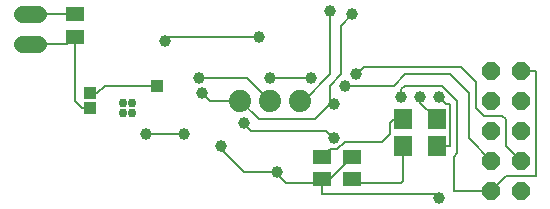
<source format=gbl>
G75*
%MOIN*%
%OFA0B0*%
%FSLAX24Y24*%
%IPPOS*%
%LPD*%
%AMOC8*
5,1,8,0,0,1.08239X$1,22.5*
%
%ADD10R,0.0630X0.0710*%
%ADD11OC8,0.0600*%
%ADD12C,0.0560*%
%ADD13R,0.0591X0.0512*%
%ADD14C,0.0300*%
%ADD15C,0.0740*%
%ADD16C,0.0080*%
%ADD17C,0.0396*%
%ADD18R,0.0396X0.0396*%
%ADD19C,0.0160*%
D10*
X015420Y005870D03*
X016539Y005870D03*
X016539Y006745D03*
X015420Y006745D03*
D11*
X018355Y006370D03*
X019355Y006370D03*
X019355Y005370D03*
X018355Y005370D03*
X018355Y004370D03*
X019355Y004370D03*
X019355Y007370D03*
X018355Y007370D03*
X018355Y008370D03*
X019355Y008370D03*
D12*
X003260Y009245D02*
X002700Y009245D01*
X002700Y010245D02*
X003260Y010245D01*
D13*
X004480Y010244D03*
X004480Y009496D03*
X012730Y005494D03*
X013730Y005494D03*
X013730Y004746D03*
X012730Y004746D03*
D14*
X006390Y006960D03*
X006070Y006960D03*
X006070Y007280D03*
X006390Y007280D03*
D15*
X009980Y007370D03*
X010980Y007370D03*
X011980Y007370D03*
D16*
X009355Y005870D02*
X009355Y005745D01*
X010105Y004995D01*
X011230Y004995D01*
X011230Y004915D01*
X011525Y004620D01*
X012604Y004620D01*
X012730Y004746D01*
X012730Y004245D01*
X016480Y004245D01*
X016605Y004120D01*
X017105Y004370D02*
X017105Y005495D01*
X017230Y005620D01*
X017230Y007370D01*
X016730Y007870D01*
X015480Y007870D01*
X015355Y007745D01*
X015355Y007495D01*
X015105Y007870D02*
X015480Y008245D01*
X016980Y008245D01*
X017605Y007620D01*
X017605Y006120D01*
X018355Y005370D01*
X018855Y004870D02*
X019855Y004870D01*
X019855Y008370D01*
X019355Y008370D01*
X017855Y007995D02*
X017355Y008495D01*
X014105Y008495D01*
X013855Y008245D01*
X013355Y008245D02*
X013355Y009870D01*
X013730Y010245D01*
X012980Y010370D02*
X012980Y008245D01*
X012105Y007370D01*
X011980Y007370D01*
X012480Y006745D02*
X010605Y006745D01*
X009980Y007370D01*
X008980Y007370D01*
X008730Y007620D01*
X008605Y008120D02*
X010230Y008120D01*
X010980Y007370D01*
X010980Y008120D02*
X012355Y008120D01*
X012980Y007870D02*
X013355Y008245D01*
X013480Y007870D02*
X015105Y007870D01*
X015980Y007495D02*
X015980Y007305D01*
X016539Y006745D01*
X016855Y007245D02*
X016980Y007245D01*
X016980Y005870D01*
X016539Y005870D01*
X015420Y005870D02*
X015420Y004685D01*
X015355Y004620D01*
X013856Y004620D01*
X013730Y004746D01*
X013730Y005494D02*
X012982Y004746D01*
X012730Y004746D01*
X012730Y005494D02*
X012981Y005745D01*
X013230Y005745D01*
X013480Y005995D01*
X014730Y005995D01*
X014980Y006245D01*
X014980Y006620D01*
X015105Y006745D01*
X015420Y006745D01*
X016605Y007495D02*
X016855Y007245D01*
X017855Y007120D02*
X018105Y006870D01*
X018730Y006870D01*
X018855Y006745D01*
X018855Y005870D01*
X019355Y005370D01*
X018855Y004870D02*
X018355Y004370D01*
X017105Y004370D01*
X013105Y006120D02*
X012855Y006370D01*
X010355Y006370D01*
X010105Y006620D01*
X008105Y006245D02*
X006855Y006245D01*
X004980Y007120D02*
X004730Y007120D01*
X004480Y007370D01*
X004480Y009496D01*
X004229Y009245D01*
X002980Y009245D01*
X002980Y010245D02*
X004479Y010245D01*
X004480Y010244D01*
X007480Y009370D02*
X007605Y009495D01*
X010605Y009495D01*
X012980Y007870D02*
X012980Y007370D01*
X013105Y007245D01*
X012980Y007245D01*
X012480Y006745D01*
X012980Y006245D02*
X013105Y006120D01*
X017855Y007120D02*
X017855Y007995D01*
X007230Y007870D02*
X005480Y007870D01*
X005230Y007620D01*
X004980Y007620D01*
D17*
X006855Y006245D03*
X008105Y006245D03*
X009355Y005870D03*
X010105Y006620D03*
X008730Y007620D03*
X008605Y008120D03*
X007480Y009370D03*
X010605Y009495D03*
X010980Y008120D03*
X012355Y008120D03*
X013480Y007870D03*
X013855Y008245D03*
X013105Y007245D03*
X013105Y006120D03*
X011230Y004995D03*
X015355Y007495D03*
X015980Y007495D03*
X016605Y007495D03*
X013730Y010245D03*
X012980Y010370D03*
X016605Y004120D03*
D18*
X007230Y007870D03*
X004980Y007620D03*
X004980Y007120D03*
D19*
X004480Y009370D02*
X004480Y009496D01*
M02*

</source>
